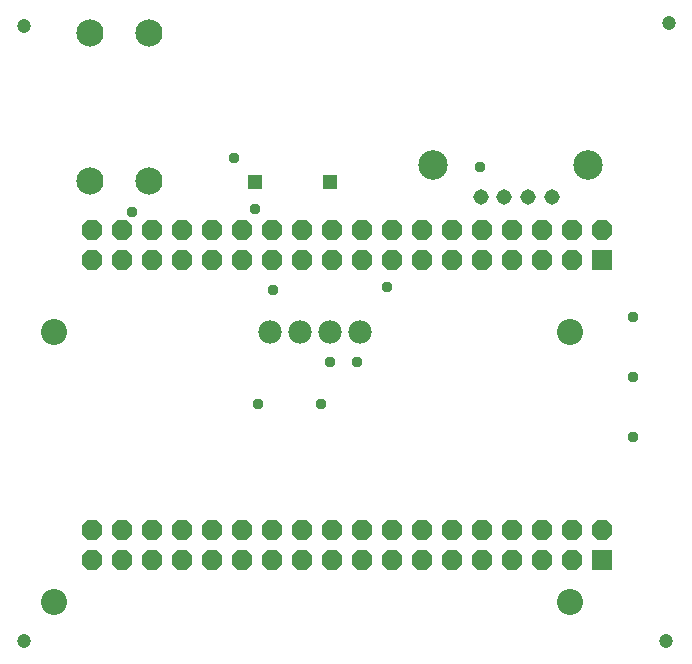
<source format=gbr>
G04 EAGLE Gerber RS-274X export*
G75*
%MOMM*%
%FSLAX34Y34*%
%LPD*%
%INSoldermask Bottom*%
%IPPOS*%
%AMOC8*
5,1,8,0,0,1.08239X$1,22.5*%
G01*
%ADD10C,1.203200*%
%ADD11C,1.981200*%
%ADD12C,2.203200*%
%ADD13C,2.303200*%
%ADD14R,1.727200X1.727200*%
%ADD15P,1.869504X8X202.500000*%
%ADD16C,1.311200*%
%ADD17C,2.503200*%
%ADD18R,1.311200X1.311200*%
%ADD19C,0.959600*%


D10*
X-1348740Y-2204720D03*
X-802640Y-2202180D03*
X-1348740Y-2725420D03*
X-805180Y-2725420D03*
D11*
X-1089660Y-2463800D03*
X-1140460Y-2463800D03*
X-1115060Y-2463800D03*
X-1064260Y-2463800D03*
D12*
X-1323340Y-2692400D03*
X-886460Y-2692400D03*
X-1323340Y-2463800D03*
X-886460Y-2463800D03*
D13*
X-1292460Y-2335800D03*
X-1242460Y-2335800D03*
X-1292460Y-2210800D03*
X-1242460Y-2210800D03*
D14*
X-859200Y-2657100D03*
D15*
X-859200Y-2631700D03*
X-884600Y-2657100D03*
X-884600Y-2631700D03*
X-910000Y-2657100D03*
X-910000Y-2631700D03*
X-935400Y-2657100D03*
X-935400Y-2631700D03*
X-960800Y-2657100D03*
X-960800Y-2631700D03*
X-986200Y-2657100D03*
X-986200Y-2631700D03*
X-1011600Y-2657100D03*
X-1011600Y-2631700D03*
X-1037000Y-2657100D03*
X-1037000Y-2631700D03*
X-1062400Y-2657100D03*
X-1062400Y-2631700D03*
X-1087800Y-2657100D03*
X-1087800Y-2631700D03*
X-1113200Y-2657100D03*
X-1113200Y-2631700D03*
X-1138600Y-2657100D03*
X-1138600Y-2631700D03*
X-1164000Y-2657100D03*
X-1164000Y-2631700D03*
X-1189400Y-2657100D03*
X-1189400Y-2631700D03*
X-1214800Y-2657100D03*
X-1214800Y-2631700D03*
X-1240200Y-2657100D03*
X-1240200Y-2631700D03*
X-1265600Y-2657100D03*
X-1265600Y-2631700D03*
X-1291000Y-2657100D03*
X-1291000Y-2631700D03*
D14*
X-859200Y-2403100D03*
D15*
X-859200Y-2377700D03*
X-884600Y-2403100D03*
X-884600Y-2377700D03*
X-910000Y-2403100D03*
X-910000Y-2377700D03*
X-935400Y-2403100D03*
X-935400Y-2377700D03*
X-960800Y-2403100D03*
X-960800Y-2377700D03*
X-986200Y-2403100D03*
X-986200Y-2377700D03*
X-1011600Y-2403100D03*
X-1011600Y-2377700D03*
X-1037000Y-2403100D03*
X-1037000Y-2377700D03*
X-1062400Y-2403100D03*
X-1062400Y-2377700D03*
X-1087800Y-2403100D03*
X-1087800Y-2377700D03*
X-1113200Y-2403100D03*
X-1113200Y-2377700D03*
X-1138600Y-2403100D03*
X-1138600Y-2377700D03*
X-1164000Y-2403100D03*
X-1164000Y-2377700D03*
X-1189400Y-2403100D03*
X-1189400Y-2377700D03*
X-1214800Y-2403100D03*
X-1214800Y-2377700D03*
X-1240200Y-2403100D03*
X-1240200Y-2377700D03*
X-1265600Y-2403100D03*
X-1265600Y-2377700D03*
X-1291000Y-2403100D03*
X-1291000Y-2377700D03*
D16*
X-901700Y-2349500D03*
X-921700Y-2349500D03*
X-941700Y-2349500D03*
X-961700Y-2349500D03*
D17*
X-871000Y-2322400D03*
X-1002400Y-2322400D03*
D18*
X-1153160Y-2336800D03*
X-1089660Y-2336800D03*
D19*
X-833120Y-2451100D03*
X-833120Y-2552700D03*
X-833120Y-2501900D03*
X-1089660Y-2489200D03*
X-962660Y-2324100D03*
X-1041400Y-2425700D03*
X-1153160Y-2359660D03*
X-1257300Y-2362200D03*
X-1066800Y-2489200D03*
X-1150620Y-2524760D03*
X-1097280Y-2524760D03*
X-1170940Y-2316480D03*
X-1137920Y-2428240D03*
M02*

</source>
